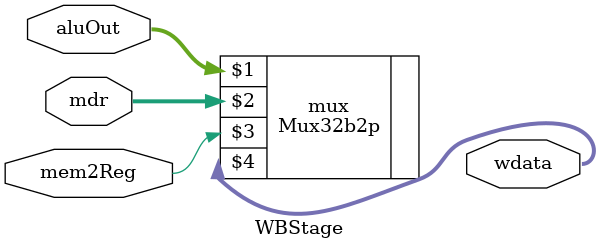
<source format=v>
`timescale 1ns / 1ps

module IFStage(
    input [31:0] pc,
    input [31:0] branchPC,
    input [31:0] jPC,
    input [31:0] aID,                  // JR $ra
    input [31:0] epc,
    input [2:0] pcSrc,
    input [31:0] pcID,
    input epcSrc,
    input [31:0] inInst,
    output [31:0] nextPC,
    output [31:0] nextEPC,
    output [31:0] pc4,
    output [31:0] ir,
    output [31:0] addrInst
);

assign ir = inInst;
assign addrInst = pc;
assign pc4 = pc + 4;

Mux32b8p muxNextPC(
    pc4,
    branchPC,
    aID,
    jPC,
    32'h80000000,
    epc,
    0,
    0,
    pcSrc,
    nextPC    
);

assign nextEPC = epcSrc ? pcID : pc;

endmodule

module IDStage(
    // Interrupt
    input clk,
    input [3:0] intr,
    // PC & IR
    input [31:0] pc4,
    input [31:0] ir,
    // EX
    input [4:0] wdEX,
    input mem2RegEX,
    input regWriteEX,
    input [31:0] aluOutEX,
    // MEM
    input [4:0] wdMEM,
    input mem2RegMEM,
    input regWriteMEM,
    input [31:0] aluOutMEM,
    input [31:0] mdrMEM,
    // RegFile
    input [31:0] regA,
    input [31:0] regB,
    
    // Out
    output [31:0] branchPC,
    output [31:0] jPC,
    output [2:0] pcSrc,
    output wpcir,
    output regWrite,
    output mem2Reg,
    output memWrite,
    output [4:0] aluOp,
    output aluImm,
    output [31:0] a,
    output [31:0] b,
    output [31:0] imm,
    output [4:0] shamt,
    output [4:0] wd,
    output shift,
    output jal,
    output storeEPC,
    output epcSrc,
    
    // RegFile
    output [4:0] na,
    output [4:0] nb,
    output int_stall,
    
    //Debug
    output [1:0] __aluSrcA,
    output [1:0] __aluSrcB
);

// Contoller
wire sext, regDist;
wire [1:0] aluSrcA, aluSrcB;
ControllerPipeline controller(
    .clk(clk),
    .op(ir[31:26]),
    .func(ir[5:0]),
    .intr(intr[3:0]),
    .rs(ir[25:21]),
    .rt(ir[20:16]),
    .abEqual(a == b),
    .wdEX(wdEX),
    .mem2RegEX(mem2RegEX),
    .regWriteEX(regWriteEX),
    .wdMEM(wdMEM),
    .mem2RegMEM(mem2RegMEM),
    .regWriteMEM(regWriteMEM),
    
    .regWrite(regWrite),
    .mem2Reg(mem2Reg),
    .memWrite(memWrite),
    .jal(jal),
    .aluOp(aluOp),
    .aluImm(aluImm),
    .shift(shift),
    .regDist(regDist),
    .sext(sext),
    .aluSrcA(aluSrcA),
    .aluSrcB(aluSrcB),
    .wpcir(wpcir),
    .pcSrc(pcSrc),
    .storeEPC(storeEPC),
    .epcSrc(epcSrc),
    
    .int_stall(int_stall)
);

// Imm
wire [31:0] signImm = {{16{ir[15]}}, ir[15:0]};
assign imm = {{16{ir[15] & sext}}, ir[15:0]};
assign na = ir[25:21];
assign nb = ir[20:16];
wire [4:0] rd = ir[15:11];
assign shamt = ir[10:6];

assign branchPC = {signImm[29:0], 2'b00} + pc4;
assign jPC = {pc4[31:28], ir[25:0], 2'b0};

Mux32b4p muxA(regA, aluOutEX, aluOutMEM, mdrMEM, aluSrcA, a);
Mux32b4p muxB(regB, aluOutEX, aluOutMEM, mdrMEM, aluSrcB, b);
assign wd = regDist ? rd : nb;

assign __aluSrcA = aluSrcA;
assign __aluSrcB = aluSrcB;

endmodule

module EXEStage(
    input [4:0] aluOp,
    input aluImm,
    input [31:0] a,
    input [31:0] b,
    input [4:0] shamt,
    input [31:0] imm,
    input shift,
    input [4:0] wd,
    input [31:0] pc4,
    input jal,
    output [4:0] wdEX,
    output [31:0] aluOut,
    output [31:0] __aluRes
);

wire [31:0] aluA, aluB, aluRes;
Mux32b2p muxA(a, {imm[15:0], 16'b0}, shift, aluA);
Mux32b2p muxB(b, imm, aluImm, aluB);

ALUSimplified alu(
    .a(aluA),
    .b(aluB),
    .sft(shamt),
    .aluOp(aluOp),
    .res(aluRes),
    .zf(),
    .ef()
);
assign __aluRes = aluRes;

wire [31:0] pc8 = pc4 + 4;
Mux32b2p muxAluOut(aluRes, pc8, jal, aluOut);
assign wdEX = jal ? 5'b11111 : wd;

endmodule

module MEMStage(
    input [31:0] aluOut,
    input [31:0] b,
    input [31:0] inData,
    output [31:0] mdr,
    output [31:0] addrData,
    output [31:0] outData
);

assign mdr = inData;
assign addrData = aluOut;
assign outData = b;

endmodule

module WBStage(
    input [31:0] mdr,
    input [31:0] aluOut,
    input mem2Reg,
    output [31:0] wdata
);

Mux32b2p mux(aluOut, mdr, mem2Reg, wdata);

endmodule

</source>
